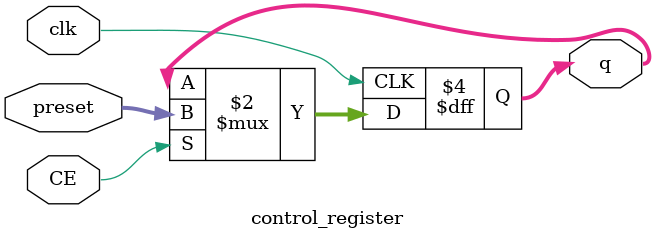
<source format=sv>
module control_register #(
  parameter integer WIDTH = 32  // Width of the register (customizable)
) (
  input logic clk,
  input logic CE,
  input logic [WIDTH-1:0] preset,
  output logic [WIDTH-1:0] q
);

  always_ff @(posedge clk) begin
    if (CE) begin
      q <= preset;
    end
  end

endmodule


</source>
